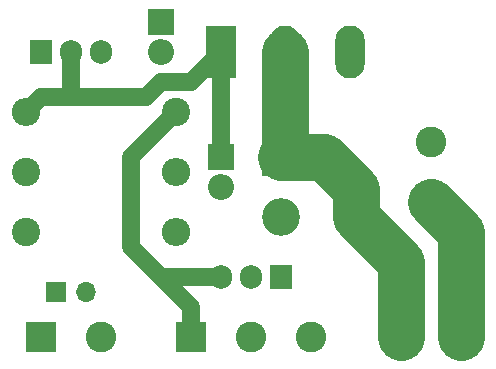
<source format=gbr>
G04 #@! TF.GenerationSoftware,KiCad,Pcbnew,(5.1.2)-1*
G04 #@! TF.CreationDate,2020-03-03T11:12:10+01:00*
G04 #@! TF.ProjectId,Flyback driver Cool-Tip,466c7962-6163-46b2-9064-726976657220,v0.1.3*
G04 #@! TF.SameCoordinates,Original*
G04 #@! TF.FileFunction,Copper,L1,Top*
G04 #@! TF.FilePolarity,Positive*
%FSLAX46Y46*%
G04 Gerber Fmt 4.6, Leading zero omitted, Abs format (unit mm)*
G04 Created by KiCad (PCBNEW (5.1.2)-1) date 2020-03-03 11:12:10*
%MOMM*%
%LPD*%
G04 APERTURE LIST*
%ADD10O,1.700000X1.700000*%
%ADD11R,1.700000X1.700000*%
%ADD12O,2.200000X2.200000*%
%ADD13R,2.200000X2.200000*%
%ADD14O,2.400000X2.400000*%
%ADD15C,2.400000*%
%ADD16C,2.600000*%
%ADD17R,2.600000X2.600000*%
%ADD18O,3.200000X3.200000*%
%ADD19R,3.200000X3.200000*%
%ADD20O,2.500000X4.500000*%
%ADD21R,2.500000X4.500000*%
%ADD22R,1.905000X2.000000*%
%ADD23O,1.905000X2.000000*%
%ADD24C,4.000000*%
%ADD25C,1.500000*%
G04 APERTURE END LIST*
D10*
X106680000Y-100330000D03*
D11*
X104140000Y-100330000D03*
D12*
X113030000Y-80010000D03*
D13*
X113030000Y-77470000D03*
D12*
X118110000Y-91440000D03*
D13*
X118110000Y-88900000D03*
D14*
X114300000Y-95250000D03*
D15*
X101600000Y-95250000D03*
D14*
X114300000Y-90170000D03*
D15*
X101600000Y-90170000D03*
D16*
X107950000Y-104140000D03*
D17*
X102870000Y-104140000D03*
D18*
X123190000Y-93980000D03*
D19*
X123190000Y-88900000D03*
D20*
X129010000Y-80010000D03*
X123560000Y-80010000D03*
D21*
X118110000Y-80010000D03*
D16*
X135890000Y-87630000D03*
D17*
X135890000Y-92710000D03*
D16*
X138430000Y-104140000D03*
D17*
X133350000Y-104140000D03*
D22*
X102870000Y-80010000D03*
D23*
X105410000Y-80010000D03*
X107950000Y-80010000D03*
D15*
X114300000Y-85090000D03*
D14*
X101600000Y-85090000D03*
D17*
X115570000Y-104140000D03*
D16*
X120650000Y-104140000D03*
X125730000Y-104140000D03*
D22*
X123190000Y-99060000D03*
D23*
X120650000Y-99060000D03*
X118110000Y-99060000D03*
D24*
X133350000Y-97790000D02*
X129540000Y-93980000D01*
X126790000Y-88900000D02*
X123190000Y-88900000D01*
X129540000Y-91650000D02*
X126790000Y-88900000D01*
X129540000Y-93980000D02*
X129540000Y-91650000D01*
X123560000Y-88530000D02*
X123190000Y-88900000D01*
X123560000Y-80010000D02*
X123560000Y-88530000D01*
X133350000Y-97790000D02*
X133350000Y-104140000D01*
X138430000Y-95250000D02*
X138430000Y-104140000D01*
X135890000Y-92710000D02*
X138430000Y-95250000D01*
D25*
X115570000Y-104140000D02*
X115570000Y-101600000D01*
X110490000Y-96520000D02*
X110490000Y-88900000D01*
X110490000Y-88900000D02*
X114300000Y-85090000D01*
X115570000Y-101600000D02*
X114300000Y-100330000D01*
X118110000Y-99060000D02*
X113030000Y-99060000D01*
X114300000Y-100330000D02*
X113030000Y-99060000D01*
X113030000Y-99060000D02*
X110490000Y-96520000D01*
X105410000Y-80010000D02*
X105410000Y-83820000D01*
X102870000Y-83820000D02*
X101600000Y-85090000D01*
X105410000Y-83820000D02*
X102870000Y-83820000D01*
X118110000Y-88900000D02*
X118110000Y-80010000D01*
X115570000Y-82550000D02*
X118110000Y-80010000D01*
X113030000Y-82550000D02*
X115570000Y-82550000D01*
X105410000Y-83820000D02*
X111760000Y-83820000D01*
X111760000Y-83820000D02*
X113030000Y-82550000D01*
M02*

</source>
